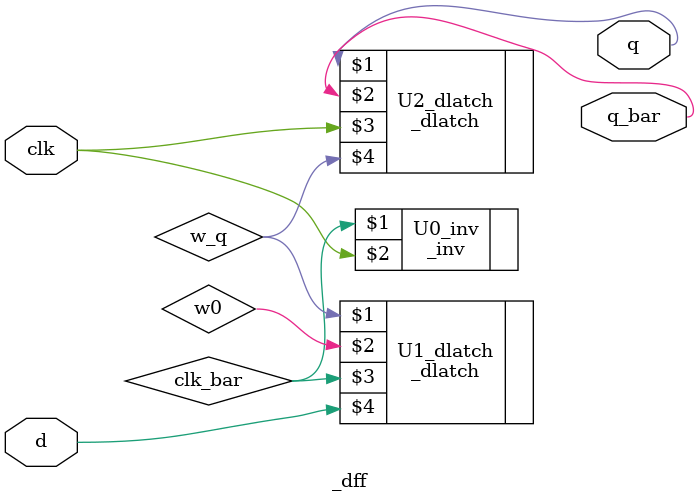
<source format=v>
module _dff(q, q_bar, clk, d);		//D flip-flop
	input clk, d;
	output q, q_bar;
	wire clk_bar, w_q;
	
	_inv U0_inv(clk_bar, clk);			//make clk'
	_dlatch U1_dlatch(w_q, w0, clk_bar, d);		//first D Latch
	_dlatch U2_dlatch(q, q_bar, clk, w_q);			//second D Latch
	
endmodule

	
</source>
